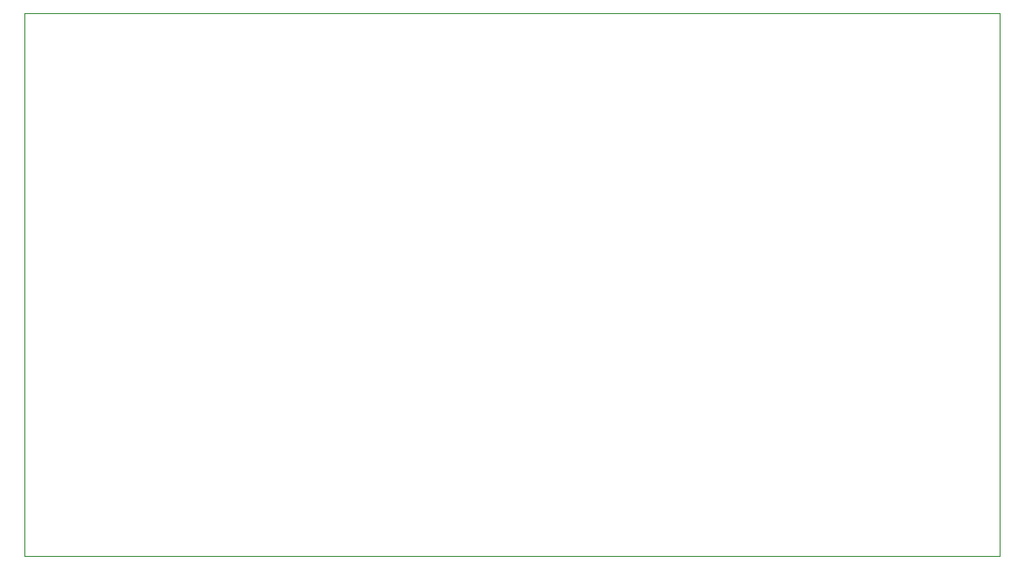
<source format=gbr>
G04 #@! TF.GenerationSoftware,KiCad,Pcbnew,(6.0.0-rc1-dev-305-gf0b8b2136)*
G04 #@! TF.CreationDate,2019-08-12T13:44:36-06:00*
G04 #@! TF.ProjectId,Station05,53746174696F6E30352E6B696361645F,rev?*
G04 #@! TF.SameCoordinates,Original*
G04 #@! TF.FileFunction,Profile,NP*
%FSLAX46Y46*%
G04 Gerber Fmt 4.6, Leading zero omitted, Abs format (unit mm)*
G04 Created by KiCad (PCBNEW (6.0.0-rc1-dev-305-gf0b8b2136)) date 08/12/19 13:44:36*
%MOMM*%
%LPD*%
G01*
G04 APERTURE LIST*
%ADD10C,0.050000*%
G04 APERTURE END LIST*
D10*
X96000000Y-57003160D02*
X96000000Y-106003160D01*
X184000000Y-57003160D02*
X96000000Y-57003160D01*
X184000000Y-106003160D02*
X184000000Y-57003160D01*
X184000000Y-106003160D02*
X96000000Y-106003160D01*
M02*

</source>
